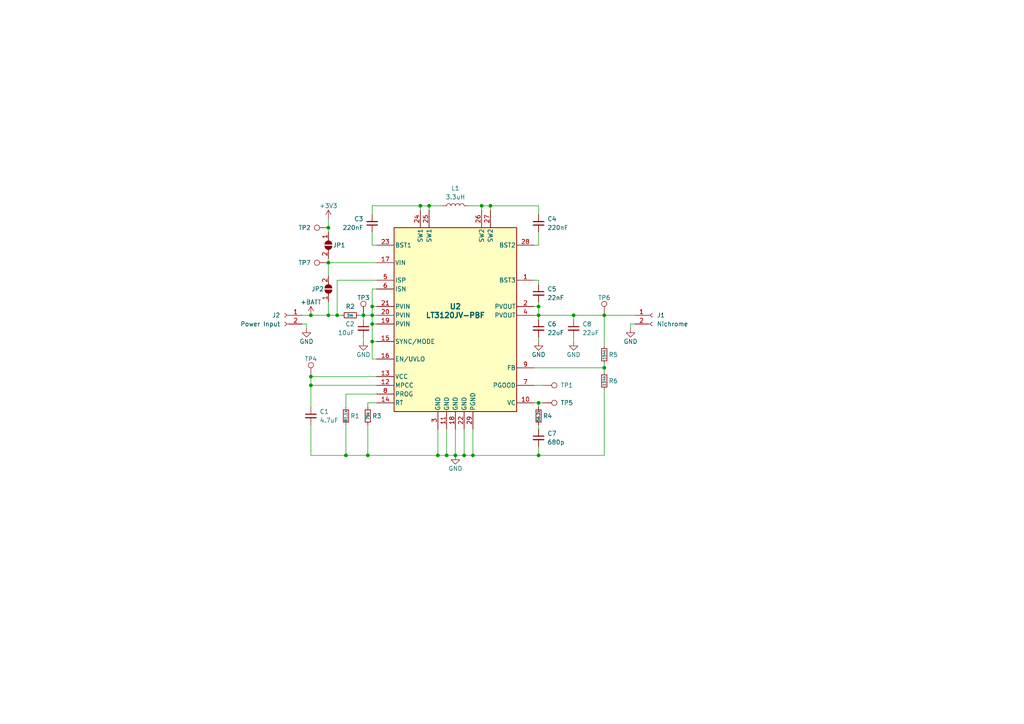
<source format=kicad_sch>
(kicad_sch (version 20230121) (generator eeschema)
  (paper "A4")
  (title_block (title "Cutdown Circuit Test") (date "2023-11-03") (rev "V1.0") (company "BPP"))
  (lib_symbols
    (symbol "BPP_Lib:LT3120JV-PBF" (pin_names (offset 0.254))
      (property "Reference" "U2" (at 0 2.54 0))
      (property "Value" "LT3120JV-PBF" (at 0 0 0))
      (symbol "LT3120JV-PBF_1_1"
        (rectangle (start -17.78 25.4) (end 17.78 -27.94) (stroke (width 0.254)) (fill (type background)))
        (pin unspecified line (at 22.86 10.16 180) (length 5.08) (name "BST3") (number "1"))
        (pin unspecified line (at 22.86 -25.4 180) (length 5.08) (name "VC") (number "10"))
        (pin unspecified line (at -2.54 -33.02 90) (length 5.08) (name "GND") (number "11"))
        (pin unspecified line (at -22.86 -20.32 0) (length 5.08) (name "MPCC") (number "12"))
        (pin unspecified line (at -22.86 -17.78 0) (length 5.08) (name "VCC") (number "13"))
        (pin unspecified line (at -22.86 -25.4 0) (length 5.08) (name "RT") (number "14"))
        (pin unspecified line (at -22.86 -7.62 0) (length 5.08) (name "SYNC/MODE") (number "15"))
        (pin unspecified line (at -22.86 -12.7 0) (length 5.08) (name "EN/UVLO") (number "16"))
        (pin unspecified line (at -22.86 15.24 0) (length 5.08) (name "VIN") (number "17"))
        (pin unspecified line (at 0 -33.02 90) (length 5.08) (name "GND") (number "18"))
        (pin unspecified line (at -22.86 -2.54 0) (length 5.08) (name "PVIN") (number "19"))
        (pin unspecified line (at 22.86 2.54 180) (length 5.08) (name "PVOUT") (number "2"))
        (pin unspecified line (at -22.86 0 0) (length 5.08) (name "PVIN") (number "20"))
        (pin unspecified line (at -22.86 2.54 0) (length 5.08) (name "PVIN") (number "21"))
        (pin unspecified line (at 2.54 -33.02 90) (length 5.08) (name "GND") (number "22"))
        (pin unspecified line (at -22.86 20.32 0) (length 5.08) (name "BST1") (number "23"))
        (pin unspecified line (at -10.16 30.48 270) (length 5.08) (name "SW1") (number "24"))
        (pin unspecified line (at -7.62 30.48 270) (length 5.08) (name "SW1") (number "25"))
        (pin unspecified line (at 7.62 30.48 270) (length 5.08) (name "SW2") (number "26"))
        (pin unspecified line (at 10.16 30.48 270) (length 5.08) (name "SW2") (number "27"))
        (pin unspecified line (at 22.86 20.32 180) (length 5.08) (name "BST2") (number "28"))
        (pin unspecified line (at 5.08 -33.02 90) (length 5.08) (name "PGND") (number "29"))
        (pin unspecified line (at -5.08 -33.02 90) (length 5.08) (name "GND") (number "3"))
        (pin unspecified line (at 22.86 0 180) (length 5.08) (name "PVOUT") (number "4"))
        (pin unspecified line (at -22.86 10.16 0) (length 5.08) (name "ISP") (number "5"))
        (pin unspecified line (at -22.86 7.62 0) (length 5.08) (name "ISN") (number "6"))
        (pin unspecified line (at 22.86 -20.32 180) (length 5.08) (name "PGOOD") (number "7"))
        (pin unspecified line (at -22.86 -22.86 0) (length 5.08) (name "PROG") (number "8"))
        (pin unspecified line (at 22.86 -15.24 180) (length 5.08) (name "FB") (number "9"))
      )
    )
    (symbol "Connector:Conn_01x02_Socket" (pin_names (offset 1.016) hide)
      (property "Reference" "J" (at 0 2.54 0))
      (property "Value" "Conn_01x02_Socket" (at 0 -5.08 0))
      (symbol "Conn_01x02_Socket_1_1"
        (arc (start 0 -2.032) (mid -0.5058 -2.54) (end 0 -3.048) (stroke (width 0.1524)))
        (polyline (pts (xy -1.27 -2.54) (xy -0.508 -2.54)) (stroke (width 0.1524)))
        (polyline (pts (xy -1.27 0) (xy -0.508 0)) (stroke (width 0.1524)))
        (arc (start 0 0.508) (mid -0.5058 0) (end 0 -0.508) (stroke (width 0.1524)))
        (pin passive line (at -5.08 0 0) (length 3.81) (name "Pin_1") (number "1"))
        (pin passive line (at -5.08 -2.54 0) (length 3.81) (name "Pin_2") (number "2"))
      )
    )
    (symbol "Connector:TestPoint" (pin_numbers hide) (pin_names (offset 0.762) hide)
      (property "Reference" "TP" (at 0 6.858 0))
      (property "Value" "TestPoint" (at 0 5.08 0))
      (symbol "TestPoint_0_1"
        (circle (center 0 3.302) (radius 0.762))
      )
      (symbol "TestPoint_1_1"
        (pin passive line (at 0 0 90) (length 2.54) (name "1") (number "1"))
      )
    )
    (symbol "Device:C_Small" (pin_numbers hide) (pin_names (offset 0.254) hide)
      (property "Reference" "C" (at 0.254 1.778 0))
      (property "Value" "C_Small" (at 0.254 -2.032 0))
      (symbol "C_Small_0_1"
        (polyline (pts (xy -1.524 -0.508) (xy 1.524 -0.508)) (stroke (width 0.3302)))
        (polyline (pts (xy -1.524 0.508) (xy 1.524 0.508)) (stroke (width 0.3048)))
      )
      (symbol "C_Small_1_1"
        (pin passive line (at 0 2.54 270) (length 2.032) (name "~") (number "1"))
        (pin passive line (at 0 -2.54 90) (length 2.032) (name "~") (number "2"))
      )
    )
    (symbol "Device:L" (pin_numbers hide) (pin_names (offset 1.016) hide)
      (property "Reference" "L" (at -1.27 0 90))
      (property "Value" "L" (at 1.905 0 90))
      (symbol "L_0_1"
        (arc (start 0 -2.54) (mid 0.6323 -1.905) (end 0 -1.27))
        (arc (start 0 -1.27) (mid 0.6323 -0.635) (end 0 0))
        (arc (start 0 0) (mid 0.6323 0.635) (end 0 1.27))
        (arc (start 0 1.27) (mid 0.6323 1.905) (end 0 2.54))
      )
      (symbol "L_1_1"
        (pin passive line (at 0 3.81 270) (length 1.27) (name "1") (number "1"))
        (pin passive line (at 0 -3.81 90) (length 1.27) (name "2") (number "2"))
      )
    )
    (symbol "Device:R_Small" (pin_numbers hide) (pin_names (offset 0.254) hide)
      (property "Reference" "R" (at 0.762 0.508 0))
      (property "Value" "R_Small" (at 0.762 -1.016 0))
      (symbol "R_Small_0_1"
        (rectangle (start -0.762 1.778) (end 0.762 -1.778) (stroke (width 0.2032)))
      )
      (symbol "R_Small_1_1"
        (pin passive line (at 0 2.54 270) (length 0.762) (name "~") (number "1"))
        (pin passive line (at 0 -2.54 90) (length 0.762) (name "~") (number "2"))
      )
    )
    (symbol "GND_14" (power) (pin_names (offset 0))
      (property "Value" "GND_14" (at 0 -3.81 0))
      (symbol "GND_14_0_1"
        (polyline (pts (xy 0 0) (xy 0 -1.27) (xy 1.27 -1.27) (xy 0 -2.54) (xy -1.27 -1.27) (xy 0 -1.27)))
      )
      (symbol "GND_14_1_1"
        (pin power_in line (at 0 0 270) (length 0) hide (name "GND") (number "1"))
      )
    )
    (symbol "GND_15" (power) (pin_names (offset 0))
      (property "Value" "GND_15" (at 0 -3.81 0))
      (symbol "GND_15_0_1"
        (polyline (pts (xy 0 0) (xy 0 -1.27) (xy 1.27 -1.27) (xy 0 -2.54) (xy -1.27 -1.27) (xy 0 -1.27)))
      )
      (symbol "GND_15_1_1"
        (pin power_in line (at 0 0 270) (length 0) hide (name "GND") (number "1"))
      )
    )
    (symbol "GND_16" (power) (pin_names (offset 0))
      (property "Value" "GND_16" (at 0 -3.81 0))
      (symbol "GND_16_0_1"
        (polyline (pts (xy 0 0) (xy 0 -1.27) (xy 1.27 -1.27) (xy 0 -2.54) (xy -1.27 -1.27) (xy 0 -1.27)))
      )
      (symbol "GND_16_1_1"
        (pin power_in line (at 0 0 270) (length 0) hide (name "GND") (number "1"))
      )
    )
    (symbol "GND_18" (power) (pin_names (offset 0))
      (property "Value" "GND_18" (at 0 -3.81 0))
      (symbol "GND_18_0_1"
        (polyline (pts (xy 0 0) (xy 0 -1.27) (xy 1.27 -1.27) (xy 0 -2.54) (xy -1.27 -1.27) (xy 0 -1.27)))
      )
      (symbol "GND_18_1_1"
        (pin power_in line (at 0 0 270) (length 0) hide (name "GND") (number "1"))
      )
    )
    (symbol "Jumper:SolderJumper_2_Open" (pin_names (offset 0) hide)
      (property "Reference" "JP" (at 0 2.032 0))
      (property "Value" "SolderJumper_2_Open" (at 0 -2.54 0))
      (symbol "SolderJumper_2_Open_0_1"
        (arc (start -0.254 1.016) (mid -1.2656 0) (end -0.254 -1.016))
        (arc (start -0.254 1.016) (mid -1.2656 0) (end -0.254 -1.016) (fill (type outline)))
        (polyline (pts (xy -0.254 1.016) (xy -0.254 -1.016)))
        (polyline (pts (xy 0.254 1.016) (xy 0.254 -1.016)))
        (arc (start 0.254 -1.016) (mid 1.2656 0) (end 0.254 1.016))
        (arc (start 0.254 -1.016) (mid 1.2656 0) (end 0.254 1.016) (fill (type outline)))
      )
      (symbol "SolderJumper_2_Open_1_1"
        (pin passive line (at -3.81 0 0) (length 2.54) (name "A") (number "1"))
        (pin passive line (at 3.81 0 180) (length 2.54) (name "B") (number "2"))
      )
    )
    (symbol "power:+3V3" (power) (pin_names (offset 0))
      (property "Value" "+3V3" (at 0 3.556 0))
      (symbol "+3V3_0_1"
        (polyline (pts (xy -0.762 1.27) (xy 0 2.54)))
        (polyline (pts (xy 0 0) (xy 0 2.54)))
        (polyline (pts (xy 0 2.54) (xy 0.762 1.27)))
      )
      (symbol "+3V3_1_1"
        (pin power_in line (at 0 0 90) (length 0) hide (name "+3V3") (number "1"))
      )
    )
    (symbol "power:+BATT" (power) (pin_names (offset 0))
      (property "Value" "+BATT" (at 0 3.556 0))
      (symbol "+BATT_0_1"
        (polyline (pts (xy -0.762 1.27) (xy 0 2.54)))
        (polyline (pts (xy 0 0) (xy 0 2.54)))
        (polyline (pts (xy 0 2.54) (xy 0.762 1.27)))
      )
      (symbol "+BATT_1_1"
        (pin power_in line (at 0 0 90) (length 0) hide (name "+BATT") (number "1"))
      )
    )
  )
  (junction (at 107.95 91.44))
  (junction (at 124.46 59.69))
  (junction (at 137.16 132.08))
  (junction (at 90.17 111.76))
  (junction (at 156.21 132.08))
  (junction (at 121.92 59.69))
  (junction (at 90.17 91.44))
  (junction (at 97.79 91.44))
  (junction (at 156.21 116.84))
  (junction (at 106.68 132.08))
  (junction (at 175.26 106.68))
  (junction (at 132.08 132.08))
  (junction (at 107.95 99.06))
  (junction (at 156.21 88.9))
  (junction (at 175.26 91.44))
  (junction (at 156.21 91.44))
  (junction (at 100.33 132.08))
  (junction (at 107.95 93.98))
  (junction (at 95.25 76.2))
  (junction (at 107.95 88.9))
  (junction (at 129.54 132.08))
  (junction (at 95.25 66.04))
  (junction (at 105.41 91.44))
  (junction (at 134.62 132.08))
  (junction (at 90.17 109.22))
  (junction (at 166.37 91.44))
  (junction (at 95.25 91.44))
  (junction (at 139.7 59.69))
  (junction (at 142.24 59.69))
  (junction (at 127 132.08))
  (wire (pts (xy 95.25 76.2) (xy 109.22 76.2)))
  (wire (pts (xy 127 132.08) (xy 106.68 132.08)))
  (wire (pts (xy 90.17 111.76) (xy 109.22 111.76)))
  (wire (pts (xy 132.08 132.08) (xy 134.62 132.08)))
  (wire (pts (xy 175.26 107.95) (xy 175.26 106.68)))
  (wire (pts (xy 156.21 82.55) (xy 156.21 81.28)))
  (wire (pts (xy 100.33 123.19) (xy 100.33 132.08)))
  (wire (pts (xy 156.21 116.84) (xy 154.94 116.84)))
  (wire (pts (xy 175.26 91.44) (xy 184.15 91.44)))
  (wire (pts (xy 156.21 87.63) (xy 156.21 88.9)))
  (wire (pts (xy 109.22 71.12) (xy 107.95 71.12)))
  (wire (pts (xy 124.46 60.96) (xy 124.46 59.69)))
  (wire (pts (xy 154.94 88.9) (xy 156.21 88.9)))
  (wire (pts (xy 156.21 59.69) (xy 142.24 59.69)))
  (wire (pts (xy 156.21 129.54) (xy 156.21 132.08)))
  (wire (pts (xy 109.22 109.22) (xy 90.17 109.22)))
  (wire (pts (xy 97.79 81.28) (xy 97.79 91.44)))
  (wire (pts (xy 107.95 59.69) (xy 121.92 59.69)))
  (wire (pts (xy 154.94 91.44) (xy 156.21 91.44)))
  (wire (pts (xy 166.37 91.44) (xy 166.37 92.71)))
  (wire (pts (xy 90.17 91.44) (xy 95.25 91.44)))
  (wire (pts (xy 107.95 88.9) (xy 107.95 91.44)))
  (wire (pts (xy 109.22 88.9) (xy 107.95 88.9)))
  (wire (pts (xy 182.88 93.98) (xy 184.15 93.98)))
  (wire (pts (xy 139.7 59.69) (xy 135.89 59.69)))
  (wire (pts (xy 95.25 66.04) (xy 95.25 67.31)))
  (wire (pts (xy 105.41 91.44) (xy 105.41 92.71)))
  (wire (pts (xy 90.17 132.08) (xy 90.17 123.19)))
  (wire (pts (xy 154.94 111.76) (xy 157.48 111.76)))
  (wire (pts (xy 107.95 83.82) (xy 109.22 83.82)))
  (wire (pts (xy 107.95 83.82) (xy 107.95 88.9)))
  (wire (pts (xy 132.08 124.46) (xy 132.08 132.08)))
  (wire (pts (xy 107.95 71.12) (xy 107.95 67.31)))
  (wire (pts (xy 166.37 97.79) (xy 166.37 99.06)))
  (wire (pts (xy 106.68 132.08) (xy 100.33 132.08)))
  (wire (pts (xy 109.22 114.3) (xy 100.33 114.3)))
  (wire (pts (xy 134.62 124.46) (xy 134.62 132.08)))
  (wire (pts (xy 106.68 116.84) (xy 106.68 118.11)))
  (wire (pts (xy 132.08 132.08) (xy 129.54 132.08)))
  (wire (pts (xy 175.26 113.03) (xy 175.26 132.08)))
  (wire (pts (xy 156.21 132.08) (xy 175.26 132.08)))
  (wire (pts (xy 90.17 132.08) (xy 100.33 132.08)))
  (wire (pts (xy 104.14 91.44) (xy 105.41 91.44)))
  (wire (pts (xy 107.95 93.98) (xy 107.95 91.44)))
  (wire (pts (xy 99.06 91.44) (xy 97.79 91.44)))
  (wire (pts (xy 106.68 123.19) (xy 106.68 132.08)))
  (wire (pts (xy 156.21 71.12) (xy 156.21 67.31)))
  (wire (pts (xy 97.79 81.28) (xy 109.22 81.28)))
  (wire (pts (xy 107.95 99.06) (xy 107.95 104.14)))
  (wire (pts (xy 156.21 123.19) (xy 156.21 124.46)))
  (wire (pts (xy 100.33 114.3) (xy 100.33 118.11)))
  (wire (pts (xy 107.95 62.23) (xy 107.95 59.69)))
  (wire (pts (xy 95.25 91.44) (xy 95.25 87.63)))
  (wire (pts (xy 175.26 100.33) (xy 175.26 91.44)))
  (wire (pts (xy 107.95 104.14) (xy 109.22 104.14)))
  (wire (pts (xy 156.21 62.23) (xy 156.21 59.69)))
  (wire (pts (xy 154.94 71.12) (xy 156.21 71.12)))
  (wire (pts (xy 129.54 132.08) (xy 127 132.08)))
  (wire (pts (xy 156.21 97.79) (xy 156.21 99.06)))
  (wire (pts (xy 95.25 80.01) (xy 95.25 76.2)))
  (wire (pts (xy 142.24 59.69) (xy 139.7 59.69)))
  (wire (pts (xy 166.37 91.44) (xy 175.26 91.44)))
  (wire (pts (xy 156.21 91.44) (xy 156.21 88.9)))
  (wire (pts (xy 134.62 132.08) (xy 137.16 132.08)))
  (wire (pts (xy 87.63 91.44) (xy 90.17 91.44)))
  (wire (pts (xy 142.24 60.96) (xy 142.24 59.69)))
  (wire (pts (xy 87.63 93.98) (xy 88.9 93.98)))
  (wire (pts (xy 121.92 59.69) (xy 124.46 59.69)))
  (wire (pts (xy 90.17 109.22) (xy 90.17 111.76)))
  (wire (pts (xy 156.21 91.44) (xy 166.37 91.44)))
  (wire (pts (xy 95.25 74.93) (xy 95.25 76.2)))
  (wire (pts (xy 182.88 95.25) (xy 182.88 93.98)))
  (wire (pts (xy 105.41 97.79) (xy 105.41 99.06)))
  (wire (pts (xy 90.17 111.76) (xy 90.17 118.11)))
  (wire (pts (xy 107.95 99.06) (xy 107.95 93.98)))
  (wire (pts (xy 156.21 91.44) (xy 156.21 92.71)))
  (wire (pts (xy 109.22 116.84) (xy 106.68 116.84)))
  (wire (pts (xy 109.22 99.06) (xy 107.95 99.06)))
  (wire (pts (xy 156.21 118.11) (xy 156.21 116.84)))
  (wire (pts (xy 154.94 81.28) (xy 156.21 81.28)))
  (wire (pts (xy 88.9 95.25) (xy 88.9 93.98)))
  (wire (pts (xy 137.16 124.46) (xy 137.16 132.08)))
  (wire (pts (xy 121.92 60.96) (xy 121.92 59.69)))
  (wire (pts (xy 95.25 63.5) (xy 95.25 66.04)))
  (wire (pts (xy 124.46 59.69) (xy 128.27 59.69)))
  (wire (pts (xy 175.26 105.41) (xy 175.26 106.68)))
  (wire (pts (xy 127 124.46) (xy 127 132.08)))
  (wire (pts (xy 129.54 124.46) (xy 129.54 132.08)))
  (wire (pts (xy 105.41 91.44) (xy 107.95 91.44)))
  (wire (pts (xy 137.16 132.08) (xy 156.21 132.08)))
  (wire (pts (xy 175.26 106.68) (xy 154.94 106.68)))
  (wire (pts (xy 95.25 91.44) (xy 97.79 91.44)))
  (wire (pts (xy 107.95 91.44) (xy 109.22 91.44)))
  (wire (pts (xy 156.21 116.84) (xy 157.48 116.84)))
  (wire (pts (xy 139.7 60.96) (xy 139.7 59.69)))
  (wire (pts (xy 107.95 93.98) (xy 109.22 93.98)))
  (symbol (lib_id "Connector:TestPoint") (at 157.48 116.84 270) (unit 1)
    (property "Reference" "TP5" (at 162.56 116.84 90) (effects (justify left)))
    (property "Value" "TestPoint" (effects hide))
    (property "Footprint" "TestPoint:TestPoint_Keystone_5000-5004_Miniature" (effects hide))
  )
  (symbol (lib_id "Device:C_Small") (at 107.95 64.77 0) (mirror x) (unit 1)
    (property "Reference" "C3" (at 105.41 63.4936 0) (effects (justify right)))
    (property "Value" "220nF" (at 105.41 66.0336 0) (effects (justify right)))
    (property "Footprint" "Capacitor_SMD:C_0603_1608Metric_Pad1.08x0.95mm_HandSolder" (effects hide))
  )
  (symbol (lib_id "Device:R_Small") (at 156.21 120.65 0) (unit 1)
    (property "Reference" "R4" (at 157.48 120.65 0) (effects (justify left)))
    (property "Value" "56.2k" (at 156.21 120.65 90) (effects (font (size 0.8 0.8))))
    (property "Footprint" "Resistor_SMD:R_0603_1608Metric_Pad0.98x0.95mm_HandSolder" (effects hide))
  )
  (symbol (lib_id "Device:C_Small") (at 156.21 95.25 0) (unit 1)
    (property "Reference" "C6" (at 158.75 93.9863 0) (effects (justify left)))
    (property "Value" "22uF" (at 158.75 96.5263 0) (effects (justify left)))
    (property "Footprint" "Capacitor_SMD:C_0603_1608Metric_Pad1.08x0.95mm_HandSolder" (effects hide))
  )
  (symbol (lib_id "Connector:TestPoint") (at 95.25 76.2 90) (unit 1)
    (property "Reference" "TP7" (at 90.17 76.2 90) (effects (justify left)))
    (property "Value" "TestPoint" (effects hide))
    (property "Footprint" "TestPoint:TestPoint_Keystone_5000-5004_Miniature" (effects hide))
  )
  (symbol (lib_id "Connector:Conn_01x02_Socket") (at 189.23 91.44 0) (unit 1)
    (property "Reference" "J1" (at 190.5 91.44 0) (effects (justify left)))
    (property "Value" "Nichrome" (at 190.5 93.98 0) (effects (justify left)))
    (property "Footprint" "Connector_PinHeader_2.54mm:PinHeader_1x02_P2.54mm_Vertical" (effects hide))
  )
  (symbol (lib_id "Device:C_Small") (at 156.21 64.77 180) (unit 1)
    (property "Reference" "C4" (at 158.75 63.4936 0) (effects (justify right)))
    (property "Value" "220nF" (at 158.75 66.0336 0) (effects (justify right)))
    (property "Footprint" "Capacitor_SMD:C_0603_1608Metric_Pad1.08x0.95mm_HandSolder" (effects hide))
  )
  (symbol (lib_id "power:+3V3") (at 95.25 63.5 0) (unit 1)
    (property "Reference" "#PWR02" (effects hide))
    (property "Value" "+3V3" (at 95.25 59.69 0))
  )
  (symbol (lib_name "GND_15") (lib_id "power:GND") (at 156.21 99.06 0) (unit 1)
    (property "Reference" "#PWR05" (effects hide))
    (property "Value" "GND" (at 156.21 102.87 0))
  )
  (symbol (lib_id "BPP_Lib:LT3120JV-PBF") (at 132.08 91.44 0) (unit 1)
    (property "Reference" "U2" (at 132.08 88.9 0) (effects (font (size 1.524 1.524) bold)))
    (property "Value" "LT3120JV-PBF" (at 132.08 91.44 0) (effects (font (size 1.524 1.524) bold)))
    (property "Footprint" "BPP_Lib:LQFN28_Rev0_ADI-M" (effects hide))
    (property "Datasheet" "LT3120JV-PBF" (effects hide))
  )
  (symbol (lib_id "Jumper:SolderJumper_2_Open") (at 95.25 83.82 270) (mirror x) (unit 1)
    (property "Reference" "JP2" (at 93.98 83.82 90) (effects (justify right)))
    (property "Value" "SolderJumper_2_Open" (effects hide))
    (property "Footprint" "Jumper:SolderJumper-2_P1.3mm_Open_TrianglePad1.0x1.5mm" (effects hide))
  )
  (symbol (lib_id "power:+BATT") (at 90.17 91.44 0) (unit 1)
    (property "Reference" "#PWR01" (effects hide))
    (property "Value" "+BATT" (at 90.17 87.63 0))
  )
  (symbol (lib_id "Device:R_Small") (at 101.6 91.44 90) (unit 1)
    (property "Reference" "R2" (at 101.6 88.9 90))
    (property "Value" "5m" (at 101.6 91.44 90) (effects (font (size 0.8 0.8))))
    (property "Footprint" "Resistor_SMD:R_0603_1608Metric_Pad0.98x0.95mm_HandSolder" (effects hide))
  )
  (symbol (lib_id "Device:L") (at 132.08 59.69 90) (unit 1)
    (property "Reference" "L1" (at 132.08 54.61 90))
    (property "Value" "3.3uH" (at 132.08 57.15 90))
    (property "Footprint" "BPP_Lib:L_Bourns_SRP1265A" (effects hide))
  )
  (symbol (lib_id "Device:C_Small") (at 90.17 120.65 0) (unit 1)
    (property "Reference" "C1" (at 92.71 119.3863 0) (effects (justify left)))
    (property "Value" "4.7uF" (at 92.71 121.9263 0) (effects (justify left)))
    (property "Footprint" "Capacitor_SMD:C_0603_1608Metric_Pad1.08x0.95mm_HandSolder" (effects hide))
  )
  (symbol (lib_id "Device:R_Small") (at 100.33 120.65 0) (unit 1)
    (property "Reference" "R1" (at 101.6 120.65 0) (effects (justify left)))
    (property "Value" "81.1k" (at 100.33 120.65 90) (effects (font (size 0.8 0.8))))
    (property "Footprint" "Resistor_SMD:R_0603_1608Metric_Pad0.98x0.95mm_HandSolder" (effects hide))
  )
  (symbol (lib_name "GND_18") (lib_id "power:GND") (at 105.41 99.06 0) (unit 1)
    (property "Reference" "#PWR03" (effects hide))
    (property "Value" "GND" (at 105.41 102.87 0))
  )
  (symbol (lib_name "GND_16") (lib_id "power:GND") (at 182.88 95.25 0) (unit 1)
    (property "Reference" "#PWR07" (effects hide))
    (property "Value" "GND" (at 182.88 99.06 0))
  )
  (symbol (lib_name "GND_15") (lib_id "power:GND") (at 166.37 99.06 0) (unit 1)
    (property "Reference" "#PWR06" (effects hide))
    (property "Value" "GND" (at 166.37 102.87 0))
  )
  (symbol (lib_id "Device:R_Small") (at 106.68 120.65 0) (unit 1)
    (property "Reference" "R3" (at 107.95 120.65 0) (effects (justify left)))
    (property "Value" "75k" (at 106.68 120.65 90) (effects (font (size 0.8 0.8))))
    (property "Footprint" "Resistor_SMD:R_0603_1608Metric_Pad0.98x0.95mm_HandSolder" (effects hide))
  )
  (symbol (lib_id "Device:C_Small") (at 166.37 95.25 0) (unit 1)
    (property "Reference" "C8" (at 168.91 93.9863 0) (effects (justify left)))
    (property "Value" "22uF" (at 168.91 96.5263 0) (effects (justify left)))
    (property "Footprint" "Capacitor_SMD:C_0603_1608Metric_Pad1.08x0.95mm_HandSolder" (effects hide))
  )
  (symbol (lib_id "Device:C_Small") (at 156.21 85.09 0) (unit 1)
    (property "Reference" "C5" (at 158.75 83.8263 0) (effects (justify left)))
    (property "Value" "22nF" (at 158.75 86.3663 0) (effects (justify left)))
    (property "Footprint" "Capacitor_SMD:C_0603_1608Metric_Pad1.08x0.95mm_HandSolder" (effects hide))
  )
  (symbol (lib_id "Connector:TestPoint") (at 175.26 91.44 0) (unit 1)
    (property "Reference" "TP6" (at 175.26 86.36 0))
    (property "Value" "TestPoint" (effects hide))
    (property "Footprint" "TestPoint:TestPoint_Keystone_5000-5004_Miniature" (effects hide))
  )
  (symbol (lib_id "Jumper:SolderJumper_2_Open") (at 95.25 71.12 90) (mirror x) (unit 1)
    (property "Reference" "JP1" (at 96.52 71.12 90) (effects (justify right)))
    (property "Value" "SolderJumper_2_Open" (effects hide))
    (property "Footprint" "Jumper:SolderJumper-2_P1.3mm_Open_TrianglePad1.0x1.5mm" (effects hide))
  )
  (symbol (lib_name "GND_16") (lib_id "power:GND") (at 88.9 95.25 0) (unit 1)
    (property "Reference" "#PWR08" (effects hide))
    (property "Value" "GND" (at 88.9 99.06 0))
  )
  (symbol (lib_id "Connector:Conn_01x02_Socket") (at 82.55 91.44 0) (mirror y) (unit 1)
    (property "Reference" "J2" (at 81.28 91.44 0) (effects (justify left)))
    (property "Value" "Power Input" (at 81.28 93.98 0) (effects (justify left)))
    (property "Footprint" "Connector_PinHeader_2.54mm:PinHeader_1x02_P2.54mm_Vertical" (effects hide))
  )
  (symbol (lib_name "GND_14") (lib_id "power:GND") (at 132.08 132.08 0) (unit 1)
    (property "Reference" "#PWR04" (effects hide))
    (property "Value" "GND" (at 132.08 135.89 0))
  )
  (symbol (lib_id "Device:C_Small") (at 105.41 95.25 0) (mirror y) (unit 1)
    (property "Reference" "C2" (at 102.87 93.9863 0) (effects (justify left)))
    (property "Value" "10uF" (at 102.87 96.5263 0) (effects (justify left)))
    (property "Footprint" "Capacitor_SMD:C_0603_1608Metric_Pad1.08x0.95mm_HandSolder" (effects hide))
  )
  (symbol (lib_id "Connector:TestPoint") (at 157.48 111.76 270) (unit 1)
    (property "Reference" "TP1" (at 162.56 111.76 90) (effects (justify left)))
    (property "Value" "TestPoint" (effects hide))
    (property "Footprint" "TestPoint:TestPoint_Keystone_5000-5004_Miniature" (effects hide))
  )
  (symbol (lib_id "Connector:TestPoint") (at 105.41 91.44 0) (unit 1)
    (property "Reference" "TP3" (at 105.41 86.36 0))
    (property "Value" "TestPoint" (effects hide))
    (property "Footprint" "TestPoint:TestPoint_Keystone_5000-5004_Miniature" (effects hide))
  )
  (symbol (lib_id "Device:C_Small") (at 156.21 127 0) (unit 1)
    (property "Reference" "C7" (at 158.75 125.7363 0) (effects (justify left)))
    (property "Value" "680p" (at 158.75 128.2763 0) (effects (justify left)))
    (property "Footprint" "Capacitor_SMD:C_0603_1608Metric_Pad1.08x0.95mm_HandSolder" (effects hide))
  )
  (symbol (lib_id "Device:R_Small") (at 175.26 110.49 0) (unit 1)
    (property "Reference" "R6" (at 176.53 110.49 0) (effects (justify left)))
    (property "Value" "154k" (at 175.26 110.49 90) (effects (font (size 0.8 0.8))))
    (property "Footprint" "Resistor_SMD:R_0603_1608Metric_Pad0.98x0.95mm_HandSolder" (effects hide))
  )
  (symbol (lib_id "Connector:TestPoint") (at 90.17 109.22 0) (unit 1)
    (property "Reference" "TP4" (at 90.17 104.14 0))
    (property "Value" "TestPoint" (effects hide))
    (property "Footprint" "TestPoint:TestPoint_Keystone_5000-5004_Miniature" (effects hide))
  )
  (symbol (lib_id "Device:R_Small") (at 175.26 102.87 0) (unit 1)
    (property "Reference" "R5" (at 176.53 102.87 0) (effects (justify left)))
    (property "Value" "154k" (at 175.26 102.87 90) (effects (font (size 0.8 0.8))))
    (property "Footprint" "Resistor_SMD:R_0603_1608Metric_Pad0.98x0.95mm_HandSolder" (effects hide))
  )
  (symbol (lib_id "Connector:TestPoint") (at 95.25 66.04 90) (unit 1)
    (property "Reference" "TP2" (at 90.17 66.04 90) (effects (justify left)))
    (property "Value" "TestPoint" (effects hide))
    (property "Footprint" "TestPoint:TestPoint_Keystone_5000-5004_Miniature" (effects hide))
  )
)
</source>
